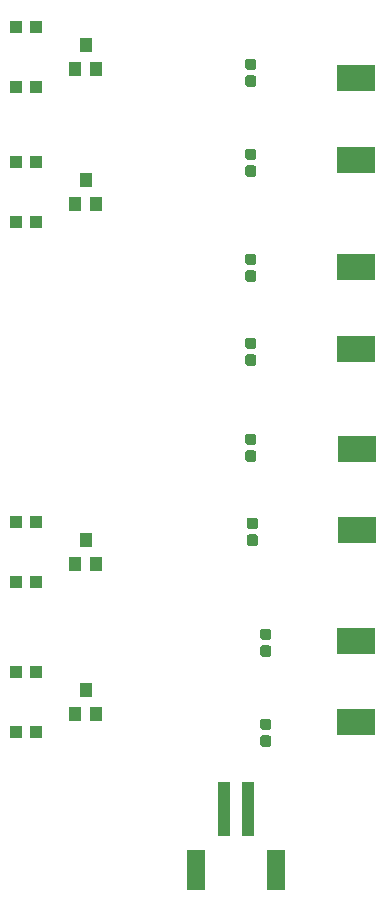
<source format=gbr>
G04 EAGLE Gerber RS-274X export*
G75*
%MOMM*%
%FSLAX34Y34*%
%LPD*%
%INSolderpaste Top*%
%IPPOS*%
%AMOC8*
5,1,8,0,0,1.08239X$1,22.5*%
G01*
%ADD10C,0.460000*%
%ADD11R,3.180000X2.250000*%
%ADD12R,1.000000X4.600000*%
%ADD13R,1.600000X3.400000*%
%ADD14R,1.016000X1.143000*%
%ADD15R,1.100000X1.000000*%

G36*
X320210Y713629D02*
X320210Y713629D01*
X320217Y713634D01*
X320222Y713630D01*
X320573Y713715D01*
X320576Y713720D01*
X320580Y713718D01*
X320913Y713856D01*
X320916Y713861D01*
X320920Y713859D01*
X321228Y714047D01*
X321230Y714053D01*
X321234Y714052D01*
X321508Y714287D01*
X321509Y714292D01*
X321513Y714292D01*
X321748Y714566D01*
X321749Y714572D01*
X321753Y714572D01*
X321941Y714880D01*
X321940Y714886D01*
X321945Y714887D01*
X322083Y715220D01*
X322081Y715226D01*
X322085Y715227D01*
X322170Y715578D01*
X322168Y715584D01*
X322171Y715586D01*
X322199Y715946D01*
X322198Y715949D01*
X322199Y715950D01*
X322199Y720550D01*
X322197Y720552D01*
X322199Y720554D01*
X322171Y720914D01*
X322167Y720918D01*
X322170Y720922D01*
X322085Y721273D01*
X322080Y721276D01*
X322083Y721280D01*
X321945Y721613D01*
X321940Y721616D01*
X321941Y721620D01*
X321753Y721928D01*
X321747Y721930D01*
X321748Y721934D01*
X321513Y722208D01*
X321508Y722209D01*
X321508Y722213D01*
X321234Y722448D01*
X321228Y722449D01*
X321228Y722453D01*
X320920Y722641D01*
X320914Y722640D01*
X320913Y722645D01*
X320580Y722783D01*
X320574Y722781D01*
X320573Y722785D01*
X320222Y722870D01*
X320216Y722868D01*
X320214Y722871D01*
X319854Y722899D01*
X319851Y722897D01*
X319850Y722899D01*
X314790Y722871D01*
X314783Y722866D01*
X314778Y722870D01*
X314427Y722785D01*
X314424Y722780D01*
X314420Y722783D01*
X314087Y722645D01*
X314084Y722640D01*
X314080Y722641D01*
X313772Y722453D01*
X313770Y722447D01*
X313766Y722448D01*
X313492Y722213D01*
X313491Y722208D01*
X313487Y722208D01*
X313252Y721934D01*
X313251Y721928D01*
X313247Y721928D01*
X313059Y721620D01*
X313060Y721614D01*
X313056Y721613D01*
X312918Y721280D01*
X312919Y721274D01*
X312915Y721273D01*
X312830Y720922D01*
X312833Y720916D01*
X312829Y720914D01*
X312801Y720554D01*
X312803Y720551D01*
X312801Y720550D01*
X312801Y715950D01*
X312803Y715948D01*
X312801Y715946D01*
X312829Y715586D01*
X312833Y715582D01*
X312830Y715578D01*
X312915Y715227D01*
X312920Y715224D01*
X312918Y715220D01*
X313056Y714887D01*
X313061Y714884D01*
X313059Y714880D01*
X313247Y714572D01*
X313253Y714570D01*
X313252Y714566D01*
X313487Y714292D01*
X313492Y714291D01*
X313492Y714287D01*
X313766Y714052D01*
X313772Y714051D01*
X313772Y714047D01*
X314080Y713859D01*
X314086Y713860D01*
X314087Y713856D01*
X314420Y713718D01*
X314426Y713719D01*
X314427Y713715D01*
X314778Y713630D01*
X314784Y713633D01*
X314786Y713629D01*
X315146Y713601D01*
X315149Y713603D01*
X315150Y713601D01*
X320210Y713629D01*
G37*
G36*
X320210Y699529D02*
X320210Y699529D01*
X320217Y699534D01*
X320222Y699530D01*
X320573Y699615D01*
X320576Y699620D01*
X320580Y699618D01*
X320913Y699756D01*
X320916Y699761D01*
X320920Y699759D01*
X321228Y699947D01*
X321230Y699953D01*
X321234Y699952D01*
X321508Y700187D01*
X321509Y700192D01*
X321513Y700192D01*
X321748Y700466D01*
X321749Y700472D01*
X321753Y700472D01*
X321941Y700780D01*
X321940Y700786D01*
X321945Y700787D01*
X322083Y701120D01*
X322081Y701126D01*
X322085Y701127D01*
X322170Y701478D01*
X322168Y701484D01*
X322171Y701486D01*
X322199Y701846D01*
X322198Y701849D01*
X322199Y701850D01*
X322199Y706450D01*
X322197Y706452D01*
X322199Y706454D01*
X322171Y706814D01*
X322167Y706818D01*
X322170Y706822D01*
X322085Y707173D01*
X322080Y707176D01*
X322083Y707180D01*
X321945Y707513D01*
X321940Y707516D01*
X321941Y707520D01*
X321753Y707828D01*
X321747Y707830D01*
X321748Y707834D01*
X321513Y708108D01*
X321508Y708109D01*
X321508Y708113D01*
X321234Y708348D01*
X321228Y708349D01*
X321228Y708353D01*
X320920Y708541D01*
X320914Y708540D01*
X320913Y708545D01*
X320580Y708683D01*
X320574Y708681D01*
X320573Y708685D01*
X320222Y708770D01*
X320216Y708768D01*
X320214Y708771D01*
X319854Y708799D01*
X319851Y708797D01*
X319850Y708799D01*
X314790Y708771D01*
X314783Y708766D01*
X314778Y708770D01*
X314427Y708685D01*
X314424Y708680D01*
X314420Y708683D01*
X314087Y708545D01*
X314084Y708540D01*
X314080Y708541D01*
X313772Y708353D01*
X313770Y708347D01*
X313766Y708348D01*
X313492Y708113D01*
X313491Y708108D01*
X313487Y708108D01*
X313252Y707834D01*
X313251Y707828D01*
X313247Y707828D01*
X313059Y707520D01*
X313060Y707514D01*
X313056Y707513D01*
X312918Y707180D01*
X312919Y707174D01*
X312915Y707173D01*
X312830Y706822D01*
X312833Y706816D01*
X312829Y706814D01*
X312801Y706454D01*
X312803Y706451D01*
X312801Y706450D01*
X312801Y701850D01*
X312803Y701848D01*
X312801Y701846D01*
X312829Y701486D01*
X312833Y701482D01*
X312830Y701478D01*
X312915Y701127D01*
X312920Y701124D01*
X312918Y701120D01*
X313056Y700787D01*
X313061Y700784D01*
X313059Y700780D01*
X313247Y700472D01*
X313253Y700470D01*
X313252Y700466D01*
X313487Y700192D01*
X313492Y700191D01*
X313492Y700187D01*
X313766Y699952D01*
X313772Y699951D01*
X313772Y699947D01*
X314080Y699759D01*
X314086Y699760D01*
X314087Y699756D01*
X314420Y699618D01*
X314426Y699619D01*
X314427Y699615D01*
X314778Y699530D01*
X314784Y699533D01*
X314786Y699529D01*
X315146Y699501D01*
X315149Y699503D01*
X315150Y699501D01*
X320210Y699529D01*
G37*
G36*
X320210Y637429D02*
X320210Y637429D01*
X320217Y637434D01*
X320222Y637430D01*
X320573Y637515D01*
X320576Y637520D01*
X320580Y637518D01*
X320913Y637656D01*
X320916Y637661D01*
X320920Y637659D01*
X321228Y637847D01*
X321230Y637853D01*
X321234Y637852D01*
X321508Y638087D01*
X321509Y638092D01*
X321513Y638092D01*
X321748Y638366D01*
X321749Y638372D01*
X321753Y638372D01*
X321941Y638680D01*
X321940Y638686D01*
X321945Y638687D01*
X322083Y639020D01*
X322081Y639026D01*
X322085Y639027D01*
X322170Y639378D01*
X322168Y639384D01*
X322171Y639386D01*
X322199Y639746D01*
X322198Y639749D01*
X322199Y639750D01*
X322199Y644350D01*
X322197Y644352D01*
X322199Y644354D01*
X322171Y644714D01*
X322167Y644718D01*
X322170Y644722D01*
X322085Y645073D01*
X322080Y645076D01*
X322083Y645080D01*
X321945Y645413D01*
X321940Y645416D01*
X321941Y645420D01*
X321753Y645728D01*
X321747Y645730D01*
X321748Y645734D01*
X321513Y646008D01*
X321508Y646009D01*
X321508Y646013D01*
X321234Y646248D01*
X321228Y646249D01*
X321228Y646253D01*
X320920Y646441D01*
X320914Y646440D01*
X320913Y646445D01*
X320580Y646583D01*
X320574Y646581D01*
X320573Y646585D01*
X320222Y646670D01*
X320216Y646668D01*
X320214Y646671D01*
X319854Y646699D01*
X319851Y646697D01*
X319850Y646699D01*
X314790Y646671D01*
X314783Y646666D01*
X314778Y646670D01*
X314427Y646585D01*
X314424Y646580D01*
X314420Y646583D01*
X314087Y646445D01*
X314084Y646440D01*
X314080Y646441D01*
X313772Y646253D01*
X313770Y646247D01*
X313766Y646248D01*
X313492Y646013D01*
X313491Y646008D01*
X313487Y646008D01*
X313252Y645734D01*
X313251Y645728D01*
X313247Y645728D01*
X313059Y645420D01*
X313060Y645414D01*
X313056Y645413D01*
X312918Y645080D01*
X312919Y645074D01*
X312915Y645073D01*
X312830Y644722D01*
X312833Y644716D01*
X312829Y644714D01*
X312801Y644354D01*
X312803Y644351D01*
X312801Y644350D01*
X312801Y639750D01*
X312803Y639748D01*
X312801Y639746D01*
X312829Y639386D01*
X312833Y639382D01*
X312830Y639378D01*
X312915Y639027D01*
X312920Y639024D01*
X312918Y639020D01*
X313056Y638687D01*
X313061Y638684D01*
X313059Y638680D01*
X313247Y638372D01*
X313253Y638370D01*
X313252Y638366D01*
X313487Y638092D01*
X313492Y638091D01*
X313492Y638087D01*
X313766Y637852D01*
X313772Y637851D01*
X313772Y637847D01*
X314080Y637659D01*
X314086Y637660D01*
X314087Y637656D01*
X314420Y637518D01*
X314426Y637519D01*
X314427Y637515D01*
X314778Y637430D01*
X314784Y637433D01*
X314786Y637429D01*
X315146Y637401D01*
X315149Y637403D01*
X315150Y637401D01*
X320210Y637429D01*
G37*
G36*
X320210Y623329D02*
X320210Y623329D01*
X320217Y623334D01*
X320222Y623330D01*
X320573Y623415D01*
X320576Y623420D01*
X320580Y623418D01*
X320913Y623556D01*
X320916Y623561D01*
X320920Y623559D01*
X321228Y623747D01*
X321230Y623753D01*
X321234Y623752D01*
X321508Y623987D01*
X321509Y623992D01*
X321513Y623992D01*
X321748Y624266D01*
X321749Y624272D01*
X321753Y624272D01*
X321941Y624580D01*
X321940Y624586D01*
X321945Y624587D01*
X322083Y624920D01*
X322081Y624926D01*
X322085Y624927D01*
X322170Y625278D01*
X322168Y625284D01*
X322171Y625286D01*
X322199Y625646D01*
X322198Y625649D01*
X322199Y625650D01*
X322199Y630250D01*
X322197Y630252D01*
X322199Y630254D01*
X322171Y630614D01*
X322167Y630618D01*
X322170Y630622D01*
X322085Y630973D01*
X322080Y630976D01*
X322083Y630980D01*
X321945Y631313D01*
X321940Y631316D01*
X321941Y631320D01*
X321753Y631628D01*
X321747Y631630D01*
X321748Y631634D01*
X321513Y631908D01*
X321508Y631909D01*
X321508Y631913D01*
X321234Y632148D01*
X321228Y632149D01*
X321228Y632153D01*
X320920Y632341D01*
X320914Y632340D01*
X320913Y632345D01*
X320580Y632483D01*
X320574Y632481D01*
X320573Y632485D01*
X320222Y632570D01*
X320216Y632568D01*
X320214Y632571D01*
X319854Y632599D01*
X319851Y632597D01*
X319850Y632599D01*
X314790Y632571D01*
X314783Y632566D01*
X314778Y632570D01*
X314427Y632485D01*
X314424Y632480D01*
X314420Y632483D01*
X314087Y632345D01*
X314084Y632340D01*
X314080Y632341D01*
X313772Y632153D01*
X313770Y632147D01*
X313766Y632148D01*
X313492Y631913D01*
X313491Y631908D01*
X313487Y631908D01*
X313252Y631634D01*
X313251Y631628D01*
X313247Y631628D01*
X313059Y631320D01*
X313060Y631314D01*
X313056Y631313D01*
X312918Y630980D01*
X312919Y630974D01*
X312915Y630973D01*
X312830Y630622D01*
X312833Y630616D01*
X312829Y630614D01*
X312801Y630254D01*
X312803Y630251D01*
X312801Y630250D01*
X312801Y625650D01*
X312803Y625648D01*
X312801Y625646D01*
X312829Y625286D01*
X312833Y625282D01*
X312830Y625278D01*
X312915Y624927D01*
X312920Y624924D01*
X312918Y624920D01*
X313056Y624587D01*
X313061Y624584D01*
X313059Y624580D01*
X313247Y624272D01*
X313253Y624270D01*
X313252Y624266D01*
X313487Y623992D01*
X313492Y623991D01*
X313492Y623987D01*
X313766Y623752D01*
X313772Y623751D01*
X313772Y623747D01*
X314080Y623559D01*
X314086Y623560D01*
X314087Y623556D01*
X314420Y623418D01*
X314426Y623419D01*
X314427Y623415D01*
X314778Y623330D01*
X314784Y623333D01*
X314786Y623329D01*
X315146Y623301D01*
X315149Y623303D01*
X315150Y623301D01*
X320210Y623329D01*
G37*
G36*
X320210Y548529D02*
X320210Y548529D01*
X320217Y548534D01*
X320222Y548530D01*
X320573Y548615D01*
X320576Y548620D01*
X320580Y548618D01*
X320913Y548756D01*
X320916Y548761D01*
X320920Y548759D01*
X321228Y548947D01*
X321230Y548953D01*
X321234Y548952D01*
X321508Y549187D01*
X321509Y549192D01*
X321513Y549192D01*
X321748Y549466D01*
X321749Y549472D01*
X321753Y549472D01*
X321941Y549780D01*
X321940Y549786D01*
X321945Y549787D01*
X322083Y550120D01*
X322081Y550126D01*
X322085Y550127D01*
X322170Y550478D01*
X322168Y550484D01*
X322171Y550486D01*
X322199Y550846D01*
X322198Y550849D01*
X322199Y550850D01*
X322199Y555450D01*
X322197Y555452D01*
X322199Y555454D01*
X322171Y555814D01*
X322167Y555818D01*
X322170Y555822D01*
X322085Y556173D01*
X322080Y556176D01*
X322083Y556180D01*
X321945Y556513D01*
X321940Y556516D01*
X321941Y556520D01*
X321753Y556828D01*
X321747Y556830D01*
X321748Y556834D01*
X321513Y557108D01*
X321508Y557109D01*
X321508Y557113D01*
X321234Y557348D01*
X321228Y557349D01*
X321228Y557353D01*
X320920Y557541D01*
X320914Y557540D01*
X320913Y557545D01*
X320580Y557683D01*
X320574Y557681D01*
X320573Y557685D01*
X320222Y557770D01*
X320216Y557768D01*
X320214Y557771D01*
X319854Y557799D01*
X319851Y557797D01*
X319850Y557799D01*
X314790Y557771D01*
X314783Y557766D01*
X314778Y557770D01*
X314427Y557685D01*
X314424Y557680D01*
X314420Y557683D01*
X314087Y557545D01*
X314084Y557540D01*
X314080Y557541D01*
X313772Y557353D01*
X313770Y557347D01*
X313766Y557348D01*
X313492Y557113D01*
X313491Y557108D01*
X313487Y557108D01*
X313252Y556834D01*
X313251Y556828D01*
X313247Y556828D01*
X313059Y556520D01*
X313060Y556514D01*
X313056Y556513D01*
X312918Y556180D01*
X312919Y556174D01*
X312915Y556173D01*
X312830Y555822D01*
X312833Y555816D01*
X312829Y555814D01*
X312801Y555454D01*
X312803Y555451D01*
X312801Y555450D01*
X312801Y550850D01*
X312803Y550848D01*
X312801Y550846D01*
X312829Y550486D01*
X312833Y550482D01*
X312830Y550478D01*
X312915Y550127D01*
X312920Y550124D01*
X312918Y550120D01*
X313056Y549787D01*
X313061Y549784D01*
X313059Y549780D01*
X313247Y549472D01*
X313253Y549470D01*
X313252Y549466D01*
X313487Y549192D01*
X313492Y549191D01*
X313492Y549187D01*
X313766Y548952D01*
X313772Y548951D01*
X313772Y548947D01*
X314080Y548759D01*
X314086Y548760D01*
X314087Y548756D01*
X314420Y548618D01*
X314426Y548619D01*
X314427Y548615D01*
X314778Y548530D01*
X314784Y548533D01*
X314786Y548529D01*
X315146Y548501D01*
X315149Y548503D01*
X315150Y548501D01*
X320210Y548529D01*
G37*
G36*
X320210Y534429D02*
X320210Y534429D01*
X320217Y534434D01*
X320222Y534430D01*
X320573Y534515D01*
X320576Y534520D01*
X320580Y534518D01*
X320913Y534656D01*
X320916Y534661D01*
X320920Y534659D01*
X321228Y534847D01*
X321230Y534853D01*
X321234Y534852D01*
X321508Y535087D01*
X321509Y535092D01*
X321513Y535092D01*
X321748Y535366D01*
X321749Y535372D01*
X321753Y535372D01*
X321941Y535680D01*
X321940Y535686D01*
X321945Y535687D01*
X322083Y536020D01*
X322081Y536026D01*
X322085Y536027D01*
X322170Y536378D01*
X322168Y536384D01*
X322171Y536386D01*
X322199Y536746D01*
X322198Y536749D01*
X322199Y536750D01*
X322199Y541350D01*
X322197Y541352D01*
X322199Y541354D01*
X322171Y541714D01*
X322167Y541718D01*
X322170Y541722D01*
X322085Y542073D01*
X322080Y542076D01*
X322083Y542080D01*
X321945Y542413D01*
X321940Y542416D01*
X321941Y542420D01*
X321753Y542728D01*
X321747Y542730D01*
X321748Y542734D01*
X321513Y543008D01*
X321508Y543009D01*
X321508Y543013D01*
X321234Y543248D01*
X321228Y543249D01*
X321228Y543253D01*
X320920Y543441D01*
X320914Y543440D01*
X320913Y543445D01*
X320580Y543583D01*
X320574Y543581D01*
X320573Y543585D01*
X320222Y543670D01*
X320216Y543668D01*
X320214Y543671D01*
X319854Y543699D01*
X319851Y543697D01*
X319850Y543699D01*
X314790Y543671D01*
X314783Y543666D01*
X314778Y543670D01*
X314427Y543585D01*
X314424Y543580D01*
X314420Y543583D01*
X314087Y543445D01*
X314084Y543440D01*
X314080Y543441D01*
X313772Y543253D01*
X313770Y543247D01*
X313766Y543248D01*
X313492Y543013D01*
X313491Y543008D01*
X313487Y543008D01*
X313252Y542734D01*
X313251Y542728D01*
X313247Y542728D01*
X313059Y542420D01*
X313060Y542414D01*
X313056Y542413D01*
X312918Y542080D01*
X312919Y542074D01*
X312915Y542073D01*
X312830Y541722D01*
X312833Y541716D01*
X312829Y541714D01*
X312801Y541354D01*
X312803Y541351D01*
X312801Y541350D01*
X312801Y536750D01*
X312803Y536748D01*
X312801Y536746D01*
X312829Y536386D01*
X312833Y536382D01*
X312830Y536378D01*
X312915Y536027D01*
X312920Y536024D01*
X312918Y536020D01*
X313056Y535687D01*
X313061Y535684D01*
X313059Y535680D01*
X313247Y535372D01*
X313253Y535370D01*
X313252Y535366D01*
X313487Y535092D01*
X313492Y535091D01*
X313492Y535087D01*
X313766Y534852D01*
X313772Y534851D01*
X313772Y534847D01*
X314080Y534659D01*
X314086Y534660D01*
X314087Y534656D01*
X314420Y534518D01*
X314426Y534519D01*
X314427Y534515D01*
X314778Y534430D01*
X314784Y534433D01*
X314786Y534429D01*
X315146Y534401D01*
X315149Y534403D01*
X315150Y534401D01*
X320210Y534429D01*
G37*
G36*
X320210Y477409D02*
X320210Y477409D01*
X320217Y477414D01*
X320222Y477410D01*
X320573Y477495D01*
X320576Y477500D01*
X320580Y477498D01*
X320913Y477636D01*
X320916Y477641D01*
X320920Y477639D01*
X321228Y477827D01*
X321230Y477833D01*
X321234Y477832D01*
X321508Y478067D01*
X321509Y478072D01*
X321513Y478072D01*
X321748Y478346D01*
X321749Y478352D01*
X321753Y478352D01*
X321941Y478660D01*
X321940Y478666D01*
X321945Y478667D01*
X322083Y479000D01*
X322081Y479006D01*
X322085Y479007D01*
X322170Y479358D01*
X322168Y479364D01*
X322171Y479366D01*
X322199Y479726D01*
X322198Y479729D01*
X322199Y479730D01*
X322199Y484330D01*
X322197Y484332D01*
X322199Y484334D01*
X322171Y484694D01*
X322167Y484698D01*
X322170Y484702D01*
X322085Y485053D01*
X322080Y485056D01*
X322083Y485060D01*
X321945Y485393D01*
X321940Y485396D01*
X321941Y485400D01*
X321753Y485708D01*
X321747Y485710D01*
X321748Y485714D01*
X321513Y485988D01*
X321508Y485989D01*
X321508Y485993D01*
X321234Y486228D01*
X321228Y486229D01*
X321228Y486233D01*
X320920Y486421D01*
X320914Y486420D01*
X320913Y486425D01*
X320580Y486563D01*
X320574Y486561D01*
X320573Y486565D01*
X320222Y486650D01*
X320216Y486648D01*
X320214Y486651D01*
X319854Y486679D01*
X319851Y486677D01*
X319850Y486679D01*
X314790Y486651D01*
X314783Y486646D01*
X314778Y486650D01*
X314427Y486565D01*
X314424Y486560D01*
X314420Y486563D01*
X314087Y486425D01*
X314084Y486420D01*
X314080Y486421D01*
X313772Y486233D01*
X313770Y486227D01*
X313766Y486228D01*
X313492Y485993D01*
X313491Y485988D01*
X313487Y485988D01*
X313252Y485714D01*
X313251Y485708D01*
X313247Y485708D01*
X313059Y485400D01*
X313060Y485394D01*
X313056Y485393D01*
X312918Y485060D01*
X312919Y485054D01*
X312915Y485053D01*
X312830Y484702D01*
X312833Y484696D01*
X312829Y484694D01*
X312801Y484334D01*
X312803Y484331D01*
X312801Y484330D01*
X312801Y479730D01*
X312803Y479728D01*
X312801Y479726D01*
X312829Y479366D01*
X312833Y479362D01*
X312830Y479358D01*
X312915Y479007D01*
X312920Y479004D01*
X312918Y479000D01*
X313056Y478667D01*
X313061Y478664D01*
X313059Y478660D01*
X313247Y478352D01*
X313253Y478350D01*
X313252Y478346D01*
X313487Y478072D01*
X313492Y478071D01*
X313492Y478067D01*
X313766Y477832D01*
X313772Y477831D01*
X313772Y477827D01*
X314080Y477639D01*
X314086Y477640D01*
X314087Y477636D01*
X314420Y477498D01*
X314426Y477499D01*
X314427Y477495D01*
X314778Y477410D01*
X314784Y477413D01*
X314786Y477409D01*
X315146Y477381D01*
X315149Y477383D01*
X315150Y477381D01*
X320210Y477409D01*
G37*
G36*
X320210Y463309D02*
X320210Y463309D01*
X320217Y463314D01*
X320222Y463310D01*
X320573Y463395D01*
X320576Y463400D01*
X320580Y463398D01*
X320913Y463536D01*
X320916Y463541D01*
X320920Y463539D01*
X321228Y463727D01*
X321230Y463733D01*
X321234Y463732D01*
X321508Y463967D01*
X321509Y463972D01*
X321513Y463972D01*
X321748Y464246D01*
X321749Y464252D01*
X321753Y464252D01*
X321941Y464560D01*
X321940Y464566D01*
X321945Y464567D01*
X322083Y464900D01*
X322081Y464906D01*
X322085Y464907D01*
X322170Y465258D01*
X322168Y465264D01*
X322171Y465266D01*
X322199Y465626D01*
X322198Y465629D01*
X322199Y465630D01*
X322199Y470230D01*
X322197Y470232D01*
X322199Y470234D01*
X322171Y470594D01*
X322167Y470598D01*
X322170Y470602D01*
X322085Y470953D01*
X322080Y470956D01*
X322083Y470960D01*
X321945Y471293D01*
X321940Y471296D01*
X321941Y471300D01*
X321753Y471608D01*
X321747Y471610D01*
X321748Y471614D01*
X321513Y471888D01*
X321508Y471889D01*
X321508Y471893D01*
X321234Y472128D01*
X321228Y472129D01*
X321228Y472133D01*
X320920Y472321D01*
X320914Y472320D01*
X320913Y472325D01*
X320580Y472463D01*
X320574Y472461D01*
X320573Y472465D01*
X320222Y472550D01*
X320216Y472548D01*
X320214Y472551D01*
X319854Y472579D01*
X319851Y472577D01*
X319850Y472579D01*
X314790Y472551D01*
X314783Y472546D01*
X314778Y472550D01*
X314427Y472465D01*
X314424Y472460D01*
X314420Y472463D01*
X314087Y472325D01*
X314084Y472320D01*
X314080Y472321D01*
X313772Y472133D01*
X313770Y472127D01*
X313766Y472128D01*
X313492Y471893D01*
X313491Y471888D01*
X313487Y471888D01*
X313252Y471614D01*
X313251Y471608D01*
X313247Y471608D01*
X313059Y471300D01*
X313060Y471294D01*
X313056Y471293D01*
X312918Y470960D01*
X312919Y470954D01*
X312915Y470953D01*
X312830Y470602D01*
X312833Y470596D01*
X312829Y470594D01*
X312801Y470234D01*
X312803Y470231D01*
X312801Y470230D01*
X312801Y465630D01*
X312803Y465628D01*
X312801Y465626D01*
X312829Y465266D01*
X312833Y465262D01*
X312830Y465258D01*
X312915Y464907D01*
X312920Y464904D01*
X312918Y464900D01*
X313056Y464567D01*
X313061Y464564D01*
X313059Y464560D01*
X313247Y464252D01*
X313253Y464250D01*
X313252Y464246D01*
X313487Y463972D01*
X313492Y463971D01*
X313492Y463967D01*
X313766Y463732D01*
X313772Y463731D01*
X313772Y463727D01*
X314080Y463539D01*
X314086Y463540D01*
X314087Y463536D01*
X314420Y463398D01*
X314426Y463399D01*
X314427Y463395D01*
X314778Y463310D01*
X314784Y463313D01*
X314786Y463309D01*
X315146Y463281D01*
X315149Y463283D01*
X315150Y463281D01*
X320210Y463309D01*
G37*
G36*
X320210Y396129D02*
X320210Y396129D01*
X320217Y396134D01*
X320222Y396130D01*
X320573Y396215D01*
X320576Y396220D01*
X320580Y396218D01*
X320913Y396356D01*
X320916Y396361D01*
X320920Y396359D01*
X321228Y396547D01*
X321230Y396553D01*
X321234Y396552D01*
X321508Y396787D01*
X321509Y396792D01*
X321513Y396792D01*
X321748Y397066D01*
X321749Y397072D01*
X321753Y397072D01*
X321941Y397380D01*
X321940Y397386D01*
X321945Y397387D01*
X322083Y397720D01*
X322081Y397726D01*
X322085Y397727D01*
X322170Y398078D01*
X322168Y398084D01*
X322171Y398086D01*
X322199Y398446D01*
X322198Y398449D01*
X322199Y398450D01*
X322199Y403050D01*
X322197Y403052D01*
X322199Y403054D01*
X322171Y403414D01*
X322167Y403418D01*
X322170Y403422D01*
X322085Y403773D01*
X322080Y403776D01*
X322083Y403780D01*
X321945Y404113D01*
X321940Y404116D01*
X321941Y404120D01*
X321753Y404428D01*
X321747Y404430D01*
X321748Y404434D01*
X321513Y404708D01*
X321508Y404709D01*
X321508Y404713D01*
X321234Y404948D01*
X321228Y404949D01*
X321228Y404953D01*
X320920Y405141D01*
X320914Y405140D01*
X320913Y405145D01*
X320580Y405283D01*
X320574Y405281D01*
X320573Y405285D01*
X320222Y405370D01*
X320216Y405368D01*
X320214Y405371D01*
X319854Y405399D01*
X319851Y405397D01*
X319850Y405399D01*
X314790Y405371D01*
X314783Y405366D01*
X314778Y405370D01*
X314427Y405285D01*
X314424Y405280D01*
X314420Y405283D01*
X314087Y405145D01*
X314084Y405140D01*
X314080Y405141D01*
X313772Y404953D01*
X313770Y404947D01*
X313766Y404948D01*
X313492Y404713D01*
X313491Y404708D01*
X313487Y404708D01*
X313252Y404434D01*
X313251Y404428D01*
X313247Y404428D01*
X313059Y404120D01*
X313060Y404114D01*
X313056Y404113D01*
X312918Y403780D01*
X312919Y403774D01*
X312915Y403773D01*
X312830Y403422D01*
X312833Y403416D01*
X312829Y403414D01*
X312801Y403054D01*
X312803Y403051D01*
X312801Y403050D01*
X312801Y398450D01*
X312803Y398448D01*
X312801Y398446D01*
X312829Y398086D01*
X312833Y398082D01*
X312830Y398078D01*
X312915Y397727D01*
X312920Y397724D01*
X312918Y397720D01*
X313056Y397387D01*
X313061Y397384D01*
X313059Y397380D01*
X313247Y397072D01*
X313253Y397070D01*
X313252Y397066D01*
X313487Y396792D01*
X313492Y396791D01*
X313492Y396787D01*
X313766Y396552D01*
X313772Y396551D01*
X313772Y396547D01*
X314080Y396359D01*
X314086Y396360D01*
X314087Y396356D01*
X314420Y396218D01*
X314426Y396219D01*
X314427Y396215D01*
X314778Y396130D01*
X314784Y396133D01*
X314786Y396129D01*
X315146Y396101D01*
X315149Y396103D01*
X315150Y396101D01*
X320210Y396129D01*
G37*
G36*
X320210Y382029D02*
X320210Y382029D01*
X320217Y382034D01*
X320222Y382030D01*
X320573Y382115D01*
X320576Y382120D01*
X320580Y382118D01*
X320913Y382256D01*
X320916Y382261D01*
X320920Y382259D01*
X321228Y382447D01*
X321230Y382453D01*
X321234Y382452D01*
X321508Y382687D01*
X321509Y382692D01*
X321513Y382692D01*
X321748Y382966D01*
X321749Y382972D01*
X321753Y382972D01*
X321941Y383280D01*
X321940Y383286D01*
X321945Y383287D01*
X322083Y383620D01*
X322081Y383626D01*
X322085Y383627D01*
X322170Y383978D01*
X322168Y383984D01*
X322171Y383986D01*
X322199Y384346D01*
X322198Y384349D01*
X322199Y384350D01*
X322199Y388950D01*
X322197Y388952D01*
X322199Y388954D01*
X322171Y389314D01*
X322167Y389318D01*
X322170Y389322D01*
X322085Y389673D01*
X322080Y389676D01*
X322083Y389680D01*
X321945Y390013D01*
X321940Y390016D01*
X321941Y390020D01*
X321753Y390328D01*
X321747Y390330D01*
X321748Y390334D01*
X321513Y390608D01*
X321508Y390609D01*
X321508Y390613D01*
X321234Y390848D01*
X321228Y390849D01*
X321228Y390853D01*
X320920Y391041D01*
X320914Y391040D01*
X320913Y391045D01*
X320580Y391183D01*
X320574Y391181D01*
X320573Y391185D01*
X320222Y391270D01*
X320216Y391268D01*
X320214Y391271D01*
X319854Y391299D01*
X319851Y391297D01*
X319850Y391299D01*
X314790Y391271D01*
X314783Y391266D01*
X314778Y391270D01*
X314427Y391185D01*
X314424Y391180D01*
X314420Y391183D01*
X314087Y391045D01*
X314084Y391040D01*
X314080Y391041D01*
X313772Y390853D01*
X313770Y390847D01*
X313766Y390848D01*
X313492Y390613D01*
X313491Y390608D01*
X313487Y390608D01*
X313252Y390334D01*
X313251Y390328D01*
X313247Y390328D01*
X313059Y390020D01*
X313060Y390014D01*
X313056Y390013D01*
X312918Y389680D01*
X312919Y389674D01*
X312915Y389673D01*
X312830Y389322D01*
X312833Y389316D01*
X312829Y389314D01*
X312801Y388954D01*
X312803Y388951D01*
X312801Y388950D01*
X312801Y384350D01*
X312803Y384348D01*
X312801Y384346D01*
X312829Y383986D01*
X312833Y383982D01*
X312830Y383978D01*
X312915Y383627D01*
X312920Y383624D01*
X312918Y383620D01*
X313056Y383287D01*
X313061Y383284D01*
X313059Y383280D01*
X313247Y382972D01*
X313253Y382970D01*
X313252Y382966D01*
X313487Y382692D01*
X313492Y382691D01*
X313492Y382687D01*
X313766Y382452D01*
X313772Y382451D01*
X313772Y382447D01*
X314080Y382259D01*
X314086Y382260D01*
X314087Y382256D01*
X314420Y382118D01*
X314426Y382119D01*
X314427Y382115D01*
X314778Y382030D01*
X314784Y382033D01*
X314786Y382029D01*
X315146Y382001D01*
X315149Y382003D01*
X315150Y382001D01*
X320210Y382029D01*
G37*
G36*
X321480Y325009D02*
X321480Y325009D01*
X321487Y325014D01*
X321492Y325010D01*
X321843Y325095D01*
X321846Y325100D01*
X321850Y325098D01*
X322183Y325236D01*
X322186Y325241D01*
X322190Y325239D01*
X322498Y325427D01*
X322500Y325433D01*
X322504Y325432D01*
X322778Y325667D01*
X322779Y325672D01*
X322783Y325672D01*
X323018Y325946D01*
X323019Y325952D01*
X323023Y325952D01*
X323211Y326260D01*
X323210Y326266D01*
X323215Y326267D01*
X323353Y326600D01*
X323351Y326606D01*
X323355Y326607D01*
X323440Y326958D01*
X323438Y326964D01*
X323441Y326966D01*
X323469Y327326D01*
X323468Y327329D01*
X323469Y327330D01*
X323469Y331930D01*
X323467Y331932D01*
X323469Y331934D01*
X323441Y332294D01*
X323437Y332298D01*
X323440Y332302D01*
X323355Y332653D01*
X323350Y332656D01*
X323353Y332660D01*
X323215Y332993D01*
X323210Y332996D01*
X323211Y333000D01*
X323023Y333308D01*
X323017Y333310D01*
X323018Y333314D01*
X322783Y333588D01*
X322778Y333589D01*
X322778Y333593D01*
X322504Y333828D01*
X322498Y333829D01*
X322498Y333833D01*
X322190Y334021D01*
X322184Y334020D01*
X322183Y334025D01*
X321850Y334163D01*
X321844Y334161D01*
X321843Y334165D01*
X321492Y334250D01*
X321486Y334248D01*
X321484Y334251D01*
X321124Y334279D01*
X321121Y334277D01*
X321120Y334279D01*
X316060Y334251D01*
X316053Y334246D01*
X316048Y334250D01*
X315697Y334165D01*
X315694Y334160D01*
X315690Y334163D01*
X315357Y334025D01*
X315354Y334020D01*
X315350Y334021D01*
X315042Y333833D01*
X315040Y333827D01*
X315036Y333828D01*
X314762Y333593D01*
X314761Y333588D01*
X314757Y333588D01*
X314522Y333314D01*
X314521Y333308D01*
X314517Y333308D01*
X314329Y333000D01*
X314330Y332994D01*
X314326Y332993D01*
X314188Y332660D01*
X314189Y332654D01*
X314185Y332653D01*
X314100Y332302D01*
X314103Y332296D01*
X314099Y332294D01*
X314071Y331934D01*
X314073Y331931D01*
X314071Y331930D01*
X314071Y327330D01*
X314073Y327328D01*
X314071Y327326D01*
X314099Y326966D01*
X314103Y326962D01*
X314100Y326958D01*
X314185Y326607D01*
X314190Y326604D01*
X314188Y326600D01*
X314326Y326267D01*
X314331Y326264D01*
X314329Y326260D01*
X314517Y325952D01*
X314523Y325950D01*
X314522Y325946D01*
X314757Y325672D01*
X314762Y325671D01*
X314762Y325667D01*
X315036Y325432D01*
X315042Y325431D01*
X315042Y325427D01*
X315350Y325239D01*
X315356Y325240D01*
X315357Y325236D01*
X315690Y325098D01*
X315696Y325099D01*
X315697Y325095D01*
X316048Y325010D01*
X316054Y325013D01*
X316056Y325009D01*
X316416Y324981D01*
X316419Y324983D01*
X316420Y324981D01*
X321480Y325009D01*
G37*
G36*
X321480Y310909D02*
X321480Y310909D01*
X321487Y310914D01*
X321492Y310910D01*
X321843Y310995D01*
X321846Y311000D01*
X321850Y310998D01*
X322183Y311136D01*
X322186Y311141D01*
X322190Y311139D01*
X322498Y311327D01*
X322500Y311333D01*
X322504Y311332D01*
X322778Y311567D01*
X322779Y311572D01*
X322783Y311572D01*
X323018Y311846D01*
X323019Y311852D01*
X323023Y311852D01*
X323211Y312160D01*
X323210Y312166D01*
X323215Y312167D01*
X323353Y312500D01*
X323351Y312506D01*
X323355Y312507D01*
X323440Y312858D01*
X323438Y312864D01*
X323441Y312866D01*
X323469Y313226D01*
X323468Y313229D01*
X323469Y313230D01*
X323469Y317830D01*
X323467Y317832D01*
X323469Y317834D01*
X323441Y318194D01*
X323437Y318198D01*
X323440Y318202D01*
X323355Y318553D01*
X323350Y318556D01*
X323353Y318560D01*
X323215Y318893D01*
X323210Y318896D01*
X323211Y318900D01*
X323023Y319208D01*
X323017Y319210D01*
X323018Y319214D01*
X322783Y319488D01*
X322778Y319489D01*
X322778Y319493D01*
X322504Y319728D01*
X322498Y319729D01*
X322498Y319733D01*
X322190Y319921D01*
X322184Y319920D01*
X322183Y319925D01*
X321850Y320063D01*
X321844Y320061D01*
X321843Y320065D01*
X321492Y320150D01*
X321486Y320148D01*
X321484Y320151D01*
X321124Y320179D01*
X321121Y320177D01*
X321120Y320179D01*
X316060Y320151D01*
X316053Y320146D01*
X316048Y320150D01*
X315697Y320065D01*
X315694Y320060D01*
X315690Y320063D01*
X315357Y319925D01*
X315354Y319920D01*
X315350Y319921D01*
X315042Y319733D01*
X315040Y319727D01*
X315036Y319728D01*
X314762Y319493D01*
X314761Y319488D01*
X314757Y319488D01*
X314522Y319214D01*
X314521Y319208D01*
X314517Y319208D01*
X314329Y318900D01*
X314330Y318894D01*
X314326Y318893D01*
X314188Y318560D01*
X314189Y318554D01*
X314185Y318553D01*
X314100Y318202D01*
X314103Y318196D01*
X314099Y318194D01*
X314071Y317834D01*
X314073Y317831D01*
X314071Y317830D01*
X314071Y313230D01*
X314073Y313228D01*
X314071Y313226D01*
X314099Y312866D01*
X314103Y312862D01*
X314100Y312858D01*
X314185Y312507D01*
X314190Y312504D01*
X314188Y312500D01*
X314326Y312167D01*
X314331Y312164D01*
X314329Y312160D01*
X314517Y311852D01*
X314523Y311850D01*
X314522Y311846D01*
X314757Y311572D01*
X314762Y311571D01*
X314762Y311567D01*
X315036Y311332D01*
X315042Y311331D01*
X315042Y311327D01*
X315350Y311139D01*
X315356Y311140D01*
X315357Y311136D01*
X315690Y310998D01*
X315696Y310999D01*
X315697Y310995D01*
X316048Y310910D01*
X316054Y310913D01*
X316056Y310909D01*
X316416Y310881D01*
X316419Y310883D01*
X316420Y310881D01*
X321480Y310909D01*
G37*
G36*
X332910Y231029D02*
X332910Y231029D01*
X332917Y231034D01*
X332922Y231030D01*
X333273Y231115D01*
X333276Y231120D01*
X333280Y231118D01*
X333613Y231256D01*
X333616Y231261D01*
X333620Y231259D01*
X333928Y231447D01*
X333930Y231453D01*
X333934Y231452D01*
X334208Y231687D01*
X334209Y231692D01*
X334213Y231692D01*
X334448Y231966D01*
X334449Y231972D01*
X334453Y231972D01*
X334641Y232280D01*
X334640Y232286D01*
X334645Y232287D01*
X334783Y232620D01*
X334781Y232626D01*
X334785Y232627D01*
X334870Y232978D01*
X334868Y232984D01*
X334871Y232986D01*
X334899Y233346D01*
X334898Y233349D01*
X334899Y233350D01*
X334899Y237950D01*
X334897Y237952D01*
X334899Y237954D01*
X334871Y238314D01*
X334867Y238318D01*
X334870Y238322D01*
X334785Y238673D01*
X334780Y238676D01*
X334783Y238680D01*
X334645Y239013D01*
X334640Y239016D01*
X334641Y239020D01*
X334453Y239328D01*
X334447Y239330D01*
X334448Y239334D01*
X334213Y239608D01*
X334208Y239609D01*
X334208Y239613D01*
X333934Y239848D01*
X333928Y239849D01*
X333928Y239853D01*
X333620Y240041D01*
X333614Y240040D01*
X333613Y240045D01*
X333280Y240183D01*
X333274Y240181D01*
X333273Y240185D01*
X332922Y240270D01*
X332916Y240268D01*
X332914Y240271D01*
X332554Y240299D01*
X332551Y240297D01*
X332550Y240299D01*
X327490Y240271D01*
X327483Y240266D01*
X327478Y240270D01*
X327127Y240185D01*
X327124Y240180D01*
X327120Y240183D01*
X326787Y240045D01*
X326784Y240040D01*
X326780Y240041D01*
X326472Y239853D01*
X326470Y239847D01*
X326466Y239848D01*
X326192Y239613D01*
X326191Y239608D01*
X326187Y239608D01*
X325952Y239334D01*
X325951Y239328D01*
X325947Y239328D01*
X325759Y239020D01*
X325760Y239014D01*
X325756Y239013D01*
X325618Y238680D01*
X325619Y238674D01*
X325615Y238673D01*
X325530Y238322D01*
X325533Y238316D01*
X325529Y238314D01*
X325501Y237954D01*
X325503Y237951D01*
X325501Y237950D01*
X325501Y233350D01*
X325503Y233348D01*
X325501Y233346D01*
X325529Y232986D01*
X325533Y232982D01*
X325530Y232978D01*
X325615Y232627D01*
X325620Y232624D01*
X325618Y232620D01*
X325756Y232287D01*
X325761Y232284D01*
X325759Y232280D01*
X325947Y231972D01*
X325953Y231970D01*
X325952Y231966D01*
X326187Y231692D01*
X326192Y231691D01*
X326192Y231687D01*
X326466Y231452D01*
X326472Y231451D01*
X326472Y231447D01*
X326780Y231259D01*
X326786Y231260D01*
X326787Y231256D01*
X327120Y231118D01*
X327126Y231119D01*
X327127Y231115D01*
X327478Y231030D01*
X327484Y231033D01*
X327486Y231029D01*
X327846Y231001D01*
X327849Y231003D01*
X327850Y231001D01*
X332910Y231029D01*
G37*
G36*
X332910Y216929D02*
X332910Y216929D01*
X332917Y216934D01*
X332922Y216930D01*
X333273Y217015D01*
X333276Y217020D01*
X333280Y217018D01*
X333613Y217156D01*
X333616Y217161D01*
X333620Y217159D01*
X333928Y217347D01*
X333930Y217353D01*
X333934Y217352D01*
X334208Y217587D01*
X334209Y217592D01*
X334213Y217592D01*
X334448Y217866D01*
X334449Y217872D01*
X334453Y217872D01*
X334641Y218180D01*
X334640Y218186D01*
X334645Y218187D01*
X334783Y218520D01*
X334781Y218526D01*
X334785Y218527D01*
X334870Y218878D01*
X334868Y218884D01*
X334871Y218886D01*
X334899Y219246D01*
X334898Y219249D01*
X334899Y219250D01*
X334899Y223850D01*
X334897Y223852D01*
X334899Y223854D01*
X334871Y224214D01*
X334867Y224218D01*
X334870Y224222D01*
X334785Y224573D01*
X334780Y224576D01*
X334783Y224580D01*
X334645Y224913D01*
X334640Y224916D01*
X334641Y224920D01*
X334453Y225228D01*
X334447Y225230D01*
X334448Y225234D01*
X334213Y225508D01*
X334208Y225509D01*
X334208Y225513D01*
X333934Y225748D01*
X333928Y225749D01*
X333928Y225753D01*
X333620Y225941D01*
X333614Y225940D01*
X333613Y225945D01*
X333280Y226083D01*
X333274Y226081D01*
X333273Y226085D01*
X332922Y226170D01*
X332916Y226168D01*
X332914Y226171D01*
X332554Y226199D01*
X332551Y226197D01*
X332550Y226199D01*
X327490Y226171D01*
X327483Y226166D01*
X327478Y226170D01*
X327127Y226085D01*
X327124Y226080D01*
X327120Y226083D01*
X326787Y225945D01*
X326784Y225940D01*
X326780Y225941D01*
X326472Y225753D01*
X326470Y225747D01*
X326466Y225748D01*
X326192Y225513D01*
X326191Y225508D01*
X326187Y225508D01*
X325952Y225234D01*
X325951Y225228D01*
X325947Y225228D01*
X325759Y224920D01*
X325760Y224914D01*
X325756Y224913D01*
X325618Y224580D01*
X325619Y224574D01*
X325615Y224573D01*
X325530Y224222D01*
X325533Y224216D01*
X325529Y224214D01*
X325501Y223854D01*
X325503Y223851D01*
X325501Y223850D01*
X325501Y219250D01*
X325503Y219248D01*
X325501Y219246D01*
X325529Y218886D01*
X325533Y218882D01*
X325530Y218878D01*
X325615Y218527D01*
X325620Y218524D01*
X325618Y218520D01*
X325756Y218187D01*
X325761Y218184D01*
X325759Y218180D01*
X325947Y217872D01*
X325953Y217870D01*
X325952Y217866D01*
X326187Y217592D01*
X326192Y217591D01*
X326192Y217587D01*
X326466Y217352D01*
X326472Y217351D01*
X326472Y217347D01*
X326780Y217159D01*
X326786Y217160D01*
X326787Y217156D01*
X327120Y217018D01*
X327126Y217019D01*
X327127Y217015D01*
X327478Y216930D01*
X327484Y216933D01*
X327486Y216929D01*
X327846Y216901D01*
X327849Y216903D01*
X327850Y216901D01*
X332910Y216929D01*
G37*
G36*
X332910Y154829D02*
X332910Y154829D01*
X332917Y154834D01*
X332922Y154830D01*
X333273Y154915D01*
X333276Y154920D01*
X333280Y154918D01*
X333613Y155056D01*
X333616Y155061D01*
X333620Y155059D01*
X333928Y155247D01*
X333930Y155253D01*
X333934Y155252D01*
X334208Y155487D01*
X334209Y155492D01*
X334213Y155492D01*
X334448Y155766D01*
X334449Y155772D01*
X334453Y155772D01*
X334641Y156080D01*
X334640Y156086D01*
X334645Y156087D01*
X334783Y156420D01*
X334781Y156426D01*
X334785Y156427D01*
X334870Y156778D01*
X334868Y156784D01*
X334871Y156786D01*
X334899Y157146D01*
X334898Y157149D01*
X334899Y157150D01*
X334899Y161750D01*
X334897Y161752D01*
X334899Y161754D01*
X334871Y162114D01*
X334867Y162118D01*
X334870Y162122D01*
X334785Y162473D01*
X334780Y162476D01*
X334783Y162480D01*
X334645Y162813D01*
X334640Y162816D01*
X334641Y162820D01*
X334453Y163128D01*
X334447Y163130D01*
X334448Y163134D01*
X334213Y163408D01*
X334208Y163409D01*
X334208Y163413D01*
X333934Y163648D01*
X333928Y163649D01*
X333928Y163653D01*
X333620Y163841D01*
X333614Y163840D01*
X333613Y163845D01*
X333280Y163983D01*
X333274Y163981D01*
X333273Y163985D01*
X332922Y164070D01*
X332916Y164068D01*
X332914Y164071D01*
X332554Y164099D01*
X332551Y164097D01*
X332550Y164099D01*
X327490Y164071D01*
X327483Y164066D01*
X327478Y164070D01*
X327127Y163985D01*
X327124Y163980D01*
X327120Y163983D01*
X326787Y163845D01*
X326784Y163840D01*
X326780Y163841D01*
X326472Y163653D01*
X326470Y163647D01*
X326466Y163648D01*
X326192Y163413D01*
X326191Y163408D01*
X326187Y163408D01*
X325952Y163134D01*
X325951Y163128D01*
X325947Y163128D01*
X325759Y162820D01*
X325760Y162814D01*
X325756Y162813D01*
X325618Y162480D01*
X325619Y162474D01*
X325615Y162473D01*
X325530Y162122D01*
X325533Y162116D01*
X325529Y162114D01*
X325501Y161754D01*
X325503Y161751D01*
X325501Y161750D01*
X325501Y157150D01*
X325503Y157148D01*
X325501Y157146D01*
X325529Y156786D01*
X325533Y156782D01*
X325530Y156778D01*
X325615Y156427D01*
X325620Y156424D01*
X325618Y156420D01*
X325756Y156087D01*
X325761Y156084D01*
X325759Y156080D01*
X325947Y155772D01*
X325953Y155770D01*
X325952Y155766D01*
X326187Y155492D01*
X326192Y155491D01*
X326192Y155487D01*
X326466Y155252D01*
X326472Y155251D01*
X326472Y155247D01*
X326780Y155059D01*
X326786Y155060D01*
X326787Y155056D01*
X327120Y154918D01*
X327126Y154919D01*
X327127Y154915D01*
X327478Y154830D01*
X327484Y154833D01*
X327486Y154829D01*
X327846Y154801D01*
X327849Y154803D01*
X327850Y154801D01*
X332910Y154829D01*
G37*
G36*
X332910Y140729D02*
X332910Y140729D01*
X332917Y140734D01*
X332922Y140730D01*
X333273Y140815D01*
X333276Y140820D01*
X333280Y140818D01*
X333613Y140956D01*
X333616Y140961D01*
X333620Y140959D01*
X333928Y141147D01*
X333930Y141153D01*
X333934Y141152D01*
X334208Y141387D01*
X334209Y141392D01*
X334213Y141392D01*
X334448Y141666D01*
X334449Y141672D01*
X334453Y141672D01*
X334641Y141980D01*
X334640Y141986D01*
X334645Y141987D01*
X334783Y142320D01*
X334781Y142326D01*
X334785Y142327D01*
X334870Y142678D01*
X334868Y142684D01*
X334871Y142686D01*
X334899Y143046D01*
X334898Y143049D01*
X334899Y143050D01*
X334899Y147650D01*
X334897Y147652D01*
X334899Y147654D01*
X334871Y148014D01*
X334867Y148018D01*
X334870Y148022D01*
X334785Y148373D01*
X334780Y148376D01*
X334783Y148380D01*
X334645Y148713D01*
X334640Y148716D01*
X334641Y148720D01*
X334453Y149028D01*
X334447Y149030D01*
X334448Y149034D01*
X334213Y149308D01*
X334208Y149309D01*
X334208Y149313D01*
X333934Y149548D01*
X333928Y149549D01*
X333928Y149553D01*
X333620Y149741D01*
X333614Y149740D01*
X333613Y149745D01*
X333280Y149883D01*
X333274Y149881D01*
X333273Y149885D01*
X332922Y149970D01*
X332916Y149968D01*
X332914Y149971D01*
X332554Y149999D01*
X332551Y149997D01*
X332550Y149999D01*
X327490Y149971D01*
X327483Y149966D01*
X327478Y149970D01*
X327127Y149885D01*
X327124Y149880D01*
X327120Y149883D01*
X326787Y149745D01*
X326784Y149740D01*
X326780Y149741D01*
X326472Y149553D01*
X326470Y149547D01*
X326466Y149548D01*
X326192Y149313D01*
X326191Y149308D01*
X326187Y149308D01*
X325952Y149034D01*
X325951Y149028D01*
X325947Y149028D01*
X325759Y148720D01*
X325760Y148714D01*
X325756Y148713D01*
X325618Y148380D01*
X325619Y148374D01*
X325615Y148373D01*
X325530Y148022D01*
X325533Y148016D01*
X325529Y148014D01*
X325501Y147654D01*
X325503Y147651D01*
X325501Y147650D01*
X325501Y143050D01*
X325503Y143048D01*
X325501Y143046D01*
X325529Y142686D01*
X325533Y142682D01*
X325530Y142678D01*
X325615Y142327D01*
X325620Y142324D01*
X325618Y142320D01*
X325756Y141987D01*
X325761Y141984D01*
X325759Y141980D01*
X325947Y141672D01*
X325953Y141670D01*
X325952Y141666D01*
X326187Y141392D01*
X326192Y141391D01*
X326192Y141387D01*
X326466Y141152D01*
X326472Y141151D01*
X326472Y141147D01*
X326780Y140959D01*
X326786Y140960D01*
X326787Y140956D01*
X327120Y140818D01*
X327126Y140819D01*
X327127Y140815D01*
X327478Y140730D01*
X327484Y140733D01*
X327486Y140729D01*
X327846Y140701D01*
X327849Y140703D01*
X327850Y140701D01*
X332910Y140729D01*
G37*
D10*
X315150Y701850D02*
X315150Y706450D01*
X319850Y706450D01*
X319850Y701850D01*
X315150Y701850D01*
X315150Y706220D02*
X319850Y706220D01*
X319850Y715950D02*
X319850Y720550D01*
X319850Y715950D02*
X315150Y715950D01*
X315150Y720550D01*
X319850Y720550D01*
X319850Y720320D02*
X315150Y720320D01*
X315150Y630250D02*
X315150Y625650D01*
X315150Y630250D02*
X319850Y630250D01*
X319850Y625650D01*
X315150Y625650D01*
X315150Y630020D02*
X319850Y630020D01*
X319850Y639750D02*
X319850Y644350D01*
X319850Y639750D02*
X315150Y639750D01*
X315150Y644350D01*
X319850Y644350D01*
X319850Y644120D02*
X315150Y644120D01*
X315150Y541350D02*
X315150Y536750D01*
X315150Y541350D02*
X319850Y541350D01*
X319850Y536750D01*
X315150Y536750D01*
X315150Y541120D02*
X319850Y541120D01*
X319850Y550850D02*
X319850Y555450D01*
X319850Y550850D02*
X315150Y550850D01*
X315150Y555450D01*
X319850Y555450D01*
X319850Y555220D02*
X315150Y555220D01*
X316420Y317830D02*
X316420Y313230D01*
X316420Y317830D02*
X321120Y317830D01*
X321120Y313230D01*
X316420Y313230D01*
X316420Y317600D02*
X321120Y317600D01*
X321120Y327330D02*
X321120Y331930D01*
X321120Y327330D02*
X316420Y327330D01*
X316420Y331930D01*
X321120Y331930D01*
X321120Y331700D02*
X316420Y331700D01*
X315150Y384350D02*
X315150Y388950D01*
X319850Y388950D01*
X319850Y384350D01*
X315150Y384350D01*
X315150Y388720D02*
X319850Y388720D01*
X319850Y398450D02*
X319850Y403050D01*
X319850Y398450D02*
X315150Y398450D01*
X315150Y403050D01*
X319850Y403050D01*
X319850Y402820D02*
X315150Y402820D01*
X315150Y465630D02*
X315150Y470230D01*
X319850Y470230D01*
X319850Y465630D01*
X315150Y465630D01*
X315150Y470000D02*
X319850Y470000D01*
X319850Y479730D02*
X319850Y484330D01*
X319850Y479730D02*
X315150Y479730D01*
X315150Y484330D01*
X319850Y484330D01*
X319850Y484100D02*
X315150Y484100D01*
X327850Y223850D02*
X327850Y219250D01*
X327850Y223850D02*
X332550Y223850D01*
X332550Y219250D01*
X327850Y219250D01*
X327850Y223620D02*
X332550Y223620D01*
X332550Y233350D02*
X332550Y237950D01*
X332550Y233350D02*
X327850Y233350D01*
X327850Y237950D01*
X332550Y237950D01*
X332550Y237720D02*
X327850Y237720D01*
X327850Y147650D02*
X327850Y143050D01*
X327850Y147650D02*
X332550Y147650D01*
X332550Y143050D01*
X327850Y143050D01*
X327850Y147420D02*
X332550Y147420D01*
X332550Y157150D02*
X332550Y161750D01*
X332550Y157150D02*
X327850Y157150D01*
X327850Y161750D01*
X332550Y161750D01*
X332550Y161520D02*
X327850Y161520D01*
D11*
X406400Y637280D03*
X406400Y706380D03*
X406400Y477260D03*
X406400Y546360D03*
X407670Y323590D03*
X407670Y392690D03*
X406400Y161030D03*
X406400Y230130D03*
D12*
X314800Y87800D03*
X294800Y87800D03*
D13*
X338800Y35800D03*
X270800Y35800D03*
D14*
X177800Y734060D03*
X186690Y713740D03*
X168910Y713740D03*
X177800Y619760D03*
X186690Y599440D03*
X168910Y599440D03*
X177800Y314960D03*
X186690Y294640D03*
X168910Y294640D03*
X177800Y187960D03*
X186690Y167640D03*
X168910Y167640D03*
D15*
X118500Y749300D03*
X135500Y749300D03*
X118500Y698500D03*
X135500Y698500D03*
X118500Y635000D03*
X135500Y635000D03*
X118500Y584200D03*
X135500Y584200D03*
X118500Y330200D03*
X135500Y330200D03*
X118500Y279400D03*
X135500Y279400D03*
X118500Y203200D03*
X135500Y203200D03*
X118500Y152400D03*
X135500Y152400D03*
M02*

</source>
